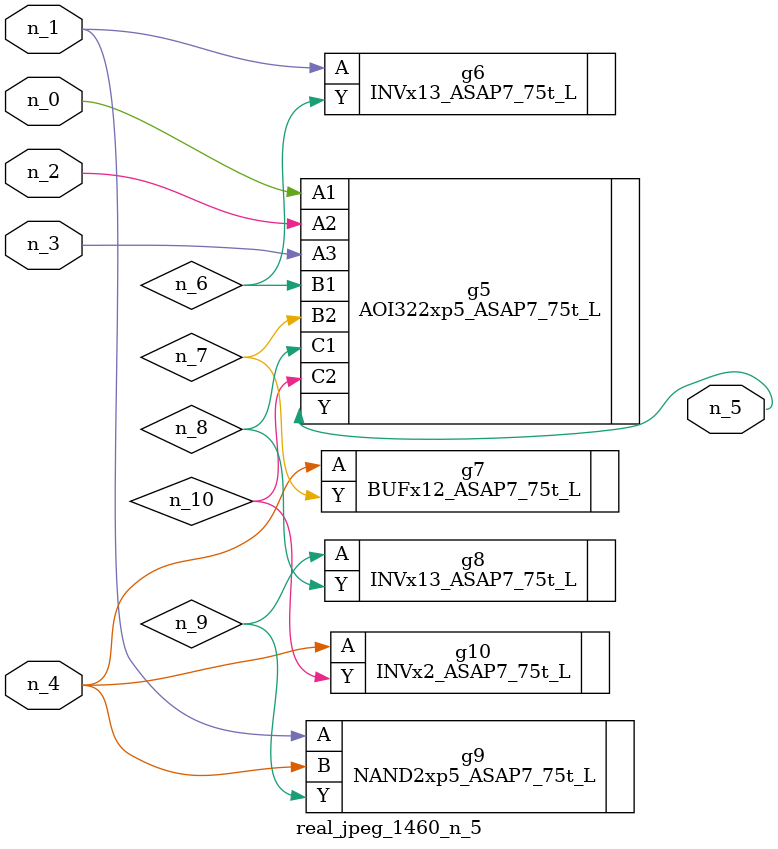
<source format=v>
module real_jpeg_1460_n_5 (n_4, n_0, n_1, n_2, n_3, n_5);

input n_4;
input n_0;
input n_1;
input n_2;
input n_3;

output n_5;

wire n_8;
wire n_6;
wire n_7;
wire n_10;
wire n_9;

AOI322xp5_ASAP7_75t_L g5 ( 
.A1(n_0),
.A2(n_2),
.A3(n_3),
.B1(n_6),
.B2(n_7),
.C1(n_8),
.C2(n_10),
.Y(n_5)
);

INVx13_ASAP7_75t_L g6 ( 
.A(n_1),
.Y(n_6)
);

NAND2xp5_ASAP7_75t_L g9 ( 
.A(n_1),
.B(n_4),
.Y(n_9)
);

BUFx12_ASAP7_75t_L g7 ( 
.A(n_4),
.Y(n_7)
);

INVx2_ASAP7_75t_L g10 ( 
.A(n_4),
.Y(n_10)
);

INVx13_ASAP7_75t_L g8 ( 
.A(n_9),
.Y(n_8)
);


endmodule
</source>
